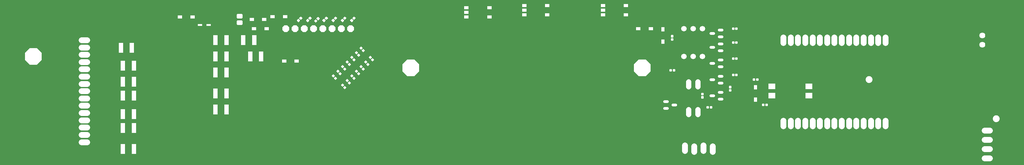
<source format=gbr>
G04 EAGLE Gerber RS-274X export*
G75*
%MOMM*%
%FSLAX34Y34*%
%LPD*%
%INSoldermask Bottom*%
%IPNEG*%
%AMOC8*
5,1,8,0,0,1.08239X$1,22.5*%
G01*
%ADD10R,1.251600X2.801600*%
%ADD11C,0.343781*%
%ADD12C,0.360766*%
%ADD13R,1.151600X0.601600*%
%ADD14R,1.251600X0.901600*%
%ADD15C,0.563219*%
%ADD16R,0.901600X1.251600*%
%ADD17C,1.501600*%
%ADD18C,1.422400*%
%ADD19C,1.625600*%
%ADD20C,1.879600*%
%ADD21C,1.609600*%
%ADD22P,2.034460X8X22.500000*%
%ADD23P,4.980726X8X22.500000*%
%ADD24R,1.901600X1.501600*%
%ADD25C,1.625600*%
%ADD26C,0.751600*%
%ADD27R,1.301600X0.901600*%


D10*
X543800Y234950D03*
X573800Y234950D03*
X650000Y425450D03*
X620000Y425450D03*
X543800Y336550D03*
X573800Y336550D03*
X543800Y279400D03*
X573800Y279400D03*
X543800Y381000D03*
X573800Y381000D03*
X639050Y381000D03*
X669050Y381000D03*
X543800Y425450D03*
X573800Y425450D03*
X284173Y404585D03*
X314173Y404585D03*
X289800Y355600D03*
X319800Y355600D03*
X289800Y311150D03*
X319800Y311150D03*
X289800Y273050D03*
X319800Y273050D03*
X289800Y222250D03*
X319800Y222250D03*
X289800Y184150D03*
X319800Y184150D03*
X289800Y127000D03*
X319800Y127000D03*
D11*
X889638Y301632D02*
X892168Y304162D01*
X894698Y301632D01*
X892168Y299102D01*
X889638Y301632D01*
X890374Y302368D02*
X893962Y302368D01*
X898532Y297798D02*
X896002Y295268D01*
X898532Y297798D02*
X901062Y295268D01*
X898532Y292738D01*
X896002Y295268D01*
X896738Y296004D02*
X900326Y296004D01*
X902338Y314332D02*
X904868Y316862D01*
X907398Y314332D01*
X904868Y311802D01*
X902338Y314332D01*
X903074Y315068D02*
X906662Y315068D01*
X911232Y310498D02*
X908702Y307968D01*
X911232Y310498D02*
X913762Y307968D01*
X911232Y305438D01*
X908702Y307968D01*
X909438Y308704D02*
X913026Y308704D01*
X915038Y327032D02*
X917568Y329562D01*
X920098Y327032D01*
X917568Y324502D01*
X915038Y327032D01*
X915774Y327768D02*
X919362Y327768D01*
X923932Y323198D02*
X921402Y320668D01*
X923932Y323198D02*
X926462Y320668D01*
X923932Y318138D01*
X921402Y320668D01*
X922138Y321404D02*
X925726Y321404D01*
X927738Y339732D02*
X930268Y342262D01*
X932798Y339732D01*
X930268Y337202D01*
X927738Y339732D01*
X928474Y340468D02*
X932062Y340468D01*
X936632Y335898D02*
X934102Y333368D01*
X936632Y335898D02*
X939162Y333368D01*
X936632Y330838D01*
X934102Y333368D01*
X934838Y334104D02*
X938426Y334104D01*
X940438Y352432D02*
X942968Y354962D01*
X945498Y352432D01*
X942968Y349902D01*
X940438Y352432D01*
X941174Y353168D02*
X944762Y353168D01*
X949332Y348598D02*
X946802Y346068D01*
X949332Y348598D02*
X951862Y346068D01*
X949332Y343538D01*
X946802Y346068D01*
X947538Y346804D02*
X951126Y346804D01*
X953138Y365132D02*
X955668Y367662D01*
X958198Y365132D01*
X955668Y362602D01*
X953138Y365132D01*
X953874Y365868D02*
X957462Y365868D01*
X962032Y361298D02*
X959502Y358768D01*
X962032Y361298D02*
X964562Y358768D01*
X962032Y356238D01*
X959502Y358768D01*
X960238Y359504D02*
X963826Y359504D01*
X965838Y377832D02*
X968368Y380362D01*
X970898Y377832D01*
X968368Y375302D01*
X965838Y377832D01*
X966574Y378568D02*
X970162Y378568D01*
X974732Y373998D02*
X972202Y371468D01*
X974732Y373998D02*
X977262Y371468D01*
X974732Y368938D01*
X972202Y371468D01*
X972938Y372204D02*
X976526Y372204D01*
X875662Y320668D02*
X873132Y318138D01*
X870602Y320668D01*
X873132Y323198D01*
X875662Y320668D01*
X874926Y321404D02*
X871338Y321404D01*
X866768Y324502D02*
X869298Y327032D01*
X866768Y324502D02*
X864238Y327032D01*
X866768Y329562D01*
X869298Y327032D01*
X868562Y327768D02*
X864974Y327768D01*
X885832Y330838D02*
X888362Y333368D01*
X885832Y330838D02*
X883302Y333368D01*
X885832Y335898D01*
X888362Y333368D01*
X887626Y334104D02*
X884038Y334104D01*
X879468Y337202D02*
X881998Y339732D01*
X879468Y337202D02*
X876938Y339732D01*
X879468Y342262D01*
X881998Y339732D01*
X881262Y340468D02*
X877674Y340468D01*
X898532Y343538D02*
X901062Y346068D01*
X898532Y343538D02*
X896002Y346068D01*
X898532Y348598D01*
X901062Y346068D01*
X900326Y346804D02*
X896738Y346804D01*
X892168Y349902D02*
X894698Y352432D01*
X892168Y349902D02*
X889638Y352432D01*
X892168Y354962D01*
X894698Y352432D01*
X893962Y353168D02*
X890374Y353168D01*
X911232Y356238D02*
X913762Y358768D01*
X911232Y356238D02*
X908702Y358768D01*
X911232Y361298D01*
X913762Y358768D01*
X913026Y359504D02*
X909438Y359504D01*
X904868Y362602D02*
X907398Y365132D01*
X904868Y362602D02*
X902338Y365132D01*
X904868Y367662D01*
X907398Y365132D01*
X906662Y365868D02*
X903074Y365868D01*
X923932Y368938D02*
X926462Y371468D01*
X923932Y368938D02*
X921402Y371468D01*
X923932Y373998D01*
X926462Y371468D01*
X925726Y372204D02*
X922138Y372204D01*
X917568Y375302D02*
X920098Y377832D01*
X917568Y375302D02*
X915038Y377832D01*
X917568Y380362D01*
X920098Y377832D01*
X919362Y378568D02*
X915774Y378568D01*
X936632Y381638D02*
X939162Y384168D01*
X936632Y381638D02*
X934102Y384168D01*
X936632Y386698D01*
X939162Y384168D01*
X938426Y384904D02*
X934838Y384904D01*
X930268Y388002D02*
X932798Y390532D01*
X930268Y388002D02*
X927738Y390532D01*
X930268Y393062D01*
X932798Y390532D01*
X932062Y391268D02*
X928474Y391268D01*
X949332Y394338D02*
X951862Y396868D01*
X949332Y394338D02*
X946802Y396868D01*
X949332Y399398D01*
X951862Y396868D01*
X951126Y397604D02*
X947538Y397604D01*
X942968Y400702D02*
X945498Y403232D01*
X942968Y400702D02*
X940438Y403232D01*
X942968Y405762D01*
X945498Y403232D01*
X944762Y403968D02*
X941174Y403968D01*
D12*
X771518Y476655D02*
X768755Y479418D01*
X771518Y482181D01*
X774281Y479418D01*
X771518Y476655D01*
X773616Y480083D02*
X769420Y480083D01*
X775119Y485782D02*
X777882Y483019D01*
X775119Y485782D02*
X777882Y488545D01*
X780645Y485782D01*
X777882Y483019D01*
X779980Y486447D02*
X775784Y486447D01*
X794120Y479383D02*
X796883Y476620D01*
X794120Y479383D02*
X796883Y482146D01*
X799646Y479383D01*
X796883Y476620D01*
X798981Y480048D02*
X794785Y480048D01*
X800484Y485747D02*
X803247Y482984D01*
X800484Y485747D02*
X803247Y488510D01*
X806010Y485747D01*
X803247Y482984D01*
X805345Y486412D02*
X801149Y486412D01*
X816017Y478310D02*
X818780Y475547D01*
X816017Y478310D02*
X818780Y481073D01*
X821543Y478310D01*
X818780Y475547D01*
X820878Y478975D02*
X816682Y478975D01*
X822380Y484674D02*
X825143Y481911D01*
X822380Y484674D02*
X825143Y487437D01*
X827906Y484674D01*
X825143Y481911D01*
X827241Y485339D02*
X823045Y485339D01*
X838647Y479446D02*
X841410Y476683D01*
X838647Y479446D02*
X841410Y482209D01*
X844173Y479446D01*
X841410Y476683D01*
X843508Y480111D02*
X839312Y480111D01*
X845011Y485810D02*
X847774Y483047D01*
X845011Y485810D02*
X847774Y488573D01*
X850537Y485810D01*
X847774Y483047D01*
X849872Y486475D02*
X845676Y486475D01*
X864005Y479418D02*
X866768Y476655D01*
X864005Y479418D02*
X866768Y482181D01*
X869531Y479418D01*
X866768Y476655D01*
X868866Y480083D02*
X864670Y480083D01*
X870369Y485782D02*
X873132Y483019D01*
X870369Y485782D02*
X873132Y488545D01*
X875895Y485782D01*
X873132Y483019D01*
X875230Y486447D02*
X871034Y486447D01*
X889405Y479418D02*
X892168Y476655D01*
X889405Y479418D02*
X892168Y482181D01*
X894931Y479418D01*
X892168Y476655D01*
X894266Y480083D02*
X890070Y480083D01*
X895769Y485782D02*
X898532Y483019D01*
X895769Y485782D02*
X898532Y488545D01*
X901295Y485782D01*
X898532Y483019D01*
X900630Y486447D02*
X896434Y486447D01*
X914805Y479418D02*
X917568Y476655D01*
X914805Y479418D02*
X917568Y482181D01*
X920331Y479418D01*
X917568Y476655D01*
X919666Y480083D02*
X915470Y480083D01*
X921169Y485782D02*
X923932Y483019D01*
X921169Y485782D02*
X923932Y488545D01*
X926695Y485782D01*
X923932Y483019D01*
X926030Y486447D02*
X921834Y486447D01*
D13*
X525080Y467360D03*
X501080Y467360D03*
D14*
X480550Y488950D03*
X446550Y488950D03*
X683750Y457200D03*
X649750Y457200D03*
X766300Y368300D03*
X732300Y368300D03*
X700550Y490220D03*
X734550Y490220D03*
D15*
X614542Y495042D02*
X604658Y495042D01*
X614542Y495042D02*
X614542Y488158D01*
X604658Y488158D01*
X604658Y495042D01*
X604658Y493508D02*
X614542Y493508D01*
X614542Y477042D02*
X604658Y477042D01*
X614542Y477042D02*
X614542Y470158D01*
X604658Y470158D01*
X604658Y477042D01*
X604658Y475508D02*
X614542Y475508D01*
D11*
X1795161Y438109D02*
X1798739Y438109D01*
X1798739Y434531D01*
X1795161Y434531D01*
X1795161Y438109D01*
X1795161Y437797D02*
X1798739Y437797D01*
X1798739Y429109D02*
X1795161Y429109D01*
X1798739Y429109D02*
X1798739Y425531D01*
X1795161Y425531D01*
X1795161Y429109D01*
X1795161Y428797D02*
X1798739Y428797D01*
D14*
X1703850Y457200D03*
X1737850Y457200D03*
D16*
X1771650Y421150D03*
X1771650Y455150D03*
D17*
X1828800Y457200D03*
X1854200Y457200D03*
X1879600Y457200D03*
D18*
X1866900Y235204D02*
X1866900Y221996D01*
X1841500Y221996D02*
X1841500Y235204D01*
X1866900Y298196D02*
X1866900Y311404D01*
X1841500Y311404D02*
X1841500Y298196D01*
D11*
X1877811Y279339D02*
X1881389Y279339D01*
X1881389Y275761D01*
X1877811Y275761D01*
X1877811Y279339D01*
X1877811Y279027D02*
X1881389Y279027D01*
X1881389Y270339D02*
X1877811Y270339D01*
X1881389Y270339D02*
X1881389Y266761D01*
X1877811Y266761D01*
X1877811Y270339D01*
X1877811Y270027D02*
X1881389Y270027D01*
X1892361Y243089D02*
X1892361Y239511D01*
X1892361Y243089D02*
X1895939Y243089D01*
X1895939Y239511D01*
X1892361Y239511D01*
X1892361Y242777D02*
X1895939Y242777D01*
X1901361Y243089D02*
X1901361Y239511D01*
X1901361Y243089D02*
X1904939Y243089D01*
X1904939Y239511D01*
X1901361Y239511D01*
X1901361Y242777D02*
X1904939Y242777D01*
D19*
X1831413Y136892D02*
X1831413Y121652D01*
X1856813Y119112D02*
X1856813Y134352D01*
X1882213Y136892D02*
X1882213Y121652D01*
X1907613Y119112D02*
X1907613Y134352D01*
D20*
X2336800Y317500D03*
X2686050Y209550D03*
D21*
X2668190Y101600D02*
X2653110Y101600D01*
X2653110Y127000D02*
X2668190Y127000D01*
X2668190Y152400D02*
X2653110Y152400D01*
X2653110Y177800D02*
X2668190Y177800D01*
D14*
X677400Y482600D03*
X643400Y482600D03*
D19*
X191770Y145750D02*
X176530Y145750D01*
X176530Y165750D02*
X191770Y165750D01*
X191770Y185750D02*
X176530Y185750D01*
X176530Y205750D02*
X191770Y205750D01*
X191770Y225750D02*
X176530Y225750D01*
X176530Y245750D02*
X191770Y245750D01*
X191770Y265750D02*
X176530Y265750D01*
X176530Y285750D02*
X191770Y285750D01*
X191770Y305750D02*
X176530Y305750D01*
X176530Y325750D02*
X191770Y325750D01*
X191770Y345750D02*
X176530Y345750D01*
X176530Y365750D02*
X191770Y365750D01*
X191770Y385750D02*
X176530Y385750D01*
X176530Y405750D02*
X191770Y405750D01*
X191770Y425750D02*
X176530Y425750D01*
D22*
X762000Y457200D03*
X787400Y457200D03*
X812800Y457200D03*
X838200Y457200D03*
X863600Y457200D03*
X889000Y457200D03*
X736600Y457200D03*
X914400Y457200D03*
D23*
X1079500Y349250D03*
D24*
X2070100Y273050D03*
X2070100Y298450D03*
X2171700Y298450D03*
X2171700Y273050D03*
D11*
X2044796Y249765D02*
X2044796Y246187D01*
X2044796Y249765D02*
X2048374Y249765D01*
X2048374Y246187D01*
X2044796Y246187D01*
X2044796Y249453D02*
X2048374Y249453D01*
X2053796Y249765D02*
X2053796Y246187D01*
X2053796Y249765D02*
X2057374Y249765D01*
X2057374Y246187D01*
X2053796Y246187D01*
X2053796Y249453D02*
X2057374Y249453D01*
D16*
X2025650Y262400D03*
X2025650Y296400D03*
D23*
X1714500Y349250D03*
D19*
X2101550Y417830D02*
X2101550Y433070D01*
X2121550Y433070D02*
X2121550Y417830D01*
X2141550Y417830D02*
X2141550Y433070D01*
X2161550Y433070D02*
X2161550Y417830D01*
X2181550Y417830D02*
X2181550Y433070D01*
X2201550Y433070D02*
X2201550Y417830D01*
X2221550Y417830D02*
X2221550Y433070D01*
X2241550Y433070D02*
X2241550Y417830D01*
X2261550Y417830D02*
X2261550Y433070D01*
X2281550Y433070D02*
X2281550Y417830D01*
X2301550Y417830D02*
X2301550Y433070D01*
X2321550Y433070D02*
X2321550Y417830D01*
X2341550Y417830D02*
X2341550Y433070D01*
X2361550Y433070D02*
X2361550Y417830D01*
X2381550Y417830D02*
X2381550Y433070D01*
X2101550Y204470D02*
X2101550Y189230D01*
X2121550Y189230D02*
X2121550Y204470D01*
X2141550Y204470D02*
X2141550Y189230D01*
X2161550Y189230D02*
X2161550Y204470D01*
X2181550Y204470D02*
X2181550Y189230D01*
X2201550Y189230D02*
X2201550Y204470D01*
X2221550Y204470D02*
X2221550Y189230D01*
X2241550Y189230D02*
X2241550Y204470D01*
X2261550Y204470D02*
X2261550Y189230D01*
X2281550Y189230D02*
X2281550Y204470D01*
X2301550Y204470D02*
X2301550Y189230D01*
X2321550Y189230D02*
X2321550Y204470D01*
X2341550Y204470D02*
X2341550Y189230D01*
X2361550Y189230D02*
X2361550Y204470D01*
X2381550Y204470D02*
X2381550Y189230D01*
D17*
X1828800Y381000D03*
X1854200Y381000D03*
X1879600Y381000D03*
D25*
X2647950Y412750D03*
X2647950Y438150D03*
D26*
X1932950Y454000D02*
X1925450Y454000D01*
X1925450Y435000D02*
X1932950Y435000D01*
X1909950Y444500D02*
X1902450Y444500D01*
X1925450Y415900D02*
X1932950Y415900D01*
X1932950Y396900D02*
X1925450Y396900D01*
X1909950Y406400D02*
X1902450Y406400D01*
X1925450Y327000D02*
X1932950Y327000D01*
X1932950Y308000D02*
X1925450Y308000D01*
X1909950Y317500D02*
X1902450Y317500D01*
X1925450Y371450D02*
X1932950Y371450D01*
X1932950Y352450D02*
X1925450Y352450D01*
X1909950Y361950D02*
X1902450Y361950D01*
X1925450Y282550D02*
X1932950Y282550D01*
X1932950Y263550D02*
X1925450Y263550D01*
X1909950Y273050D02*
X1902450Y273050D01*
X1782950Y238150D02*
X1775450Y238150D01*
X1775450Y257150D02*
X1782950Y257150D01*
X1798450Y247650D02*
X1805950Y247650D01*
D11*
X1962211Y455411D02*
X1962211Y458989D01*
X1965789Y458989D01*
X1965789Y455411D01*
X1962211Y455411D01*
X1962211Y458677D02*
X1965789Y458677D01*
X1971211Y458989D02*
X1971211Y455411D01*
X1971211Y458989D02*
X1974789Y458989D01*
X1974789Y455411D01*
X1971211Y455411D01*
X1971211Y458677D02*
X1974789Y458677D01*
X1962211Y420889D02*
X1962211Y417311D01*
X1962211Y420889D02*
X1965789Y420889D01*
X1965789Y417311D01*
X1962211Y417311D01*
X1962211Y420577D02*
X1965789Y420577D01*
X1971211Y420889D02*
X1971211Y417311D01*
X1971211Y420889D02*
X1974789Y420889D01*
X1974789Y417311D01*
X1971211Y417311D01*
X1971211Y420577D02*
X1974789Y420577D01*
X1962211Y376439D02*
X1962211Y372861D01*
X1962211Y376439D02*
X1965789Y376439D01*
X1965789Y372861D01*
X1962211Y372861D01*
X1962211Y376127D02*
X1965789Y376127D01*
X1971211Y376439D02*
X1971211Y372861D01*
X1971211Y376439D02*
X1974789Y376439D01*
X1974789Y372861D01*
X1971211Y372861D01*
X1971211Y376127D02*
X1974789Y376127D01*
X1962211Y331989D02*
X1962211Y328411D01*
X1962211Y331989D02*
X1965789Y331989D01*
X1965789Y328411D01*
X1962211Y328411D01*
X1962211Y331677D02*
X1965789Y331677D01*
X1971211Y331989D02*
X1971211Y328411D01*
X1971211Y331989D02*
X1974789Y331989D01*
X1974789Y328411D01*
X1971211Y328411D01*
X1971211Y331677D02*
X1974789Y331677D01*
X1957589Y285811D02*
X1954011Y285811D01*
X1954011Y289389D01*
X1957589Y289389D01*
X1957589Y285811D01*
X1957589Y289077D02*
X1954011Y289077D01*
X1954011Y294811D02*
X1957589Y294811D01*
X1954011Y294811D02*
X1954011Y298389D01*
X1957589Y298389D01*
X1957589Y294811D01*
X1957589Y298077D02*
X1954011Y298077D01*
X1790761Y341111D02*
X1790761Y344689D01*
X1794339Y344689D01*
X1794339Y341111D01*
X1790761Y341111D01*
X1790761Y344377D02*
X1794339Y344377D01*
X1799761Y344689D02*
X1799761Y341111D01*
X1799761Y344689D02*
X1803339Y344689D01*
X1803339Y341111D01*
X1799761Y341111D01*
X1799761Y344377D02*
X1803339Y344377D01*
D27*
X1232150Y501650D03*
X1232150Y514350D03*
X1232150Y488950D03*
X1295150Y514350D03*
X1295150Y488950D03*
X1606800Y508000D03*
X1606800Y520700D03*
X1606800Y495300D03*
X1669800Y520700D03*
X1669800Y495300D03*
X1390900Y508000D03*
X1390900Y520700D03*
X1390900Y495300D03*
X1453900Y520700D03*
X1453900Y495300D03*
D11*
X2031939Y319289D02*
X2031939Y315711D01*
X2028361Y315711D01*
X2028361Y319289D01*
X2031939Y319289D01*
X2031939Y318977D02*
X2028361Y318977D01*
X2022939Y319289D02*
X2022939Y315711D01*
X2019361Y315711D01*
X2019361Y319289D01*
X2022939Y319289D01*
X2022939Y318977D02*
X2019361Y318977D01*
D23*
X44450Y381000D03*
M02*

</source>
